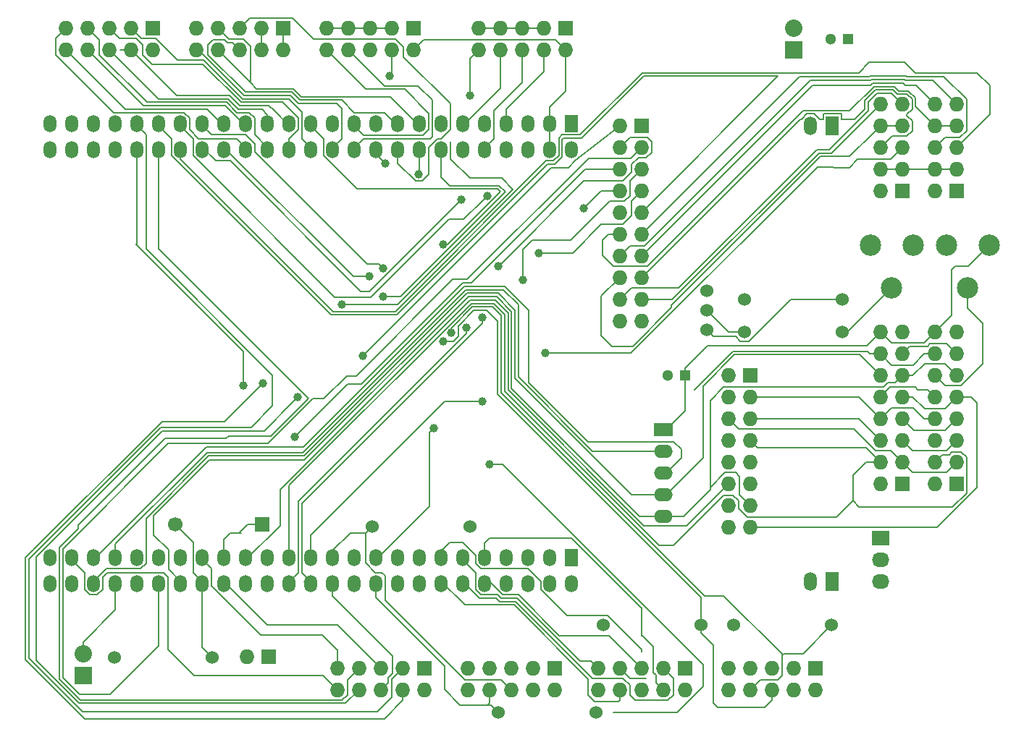
<source format=gbr>
G04 #@! TF.FileFunction,Copper,L2,Bot,Signal*
%FSLAX46Y46*%
G04 Gerber Fmt 4.6, Leading zero omitted, Abs format (unit mm)*
G04 Created by KiCad (PCBNEW 4.0.2-stable) date 14/07/2016 11:44:37*
%MOMM*%
G01*
G04 APERTURE LIST*
%ADD10C,0.100000*%
%ADD11R,1.500000X2.200000*%
%ADD12O,1.500000X2.200000*%
%ADD13O,1.500000X2.000000*%
%ADD14R,1.500000X2.000000*%
%ADD15R,1.300000X1.300000*%
%ADD16C,1.300000*%
%ADD17C,1.699260*%
%ADD18R,1.699260X1.699260*%
%ADD19R,1.727200X1.727200*%
%ADD20O,1.727200X1.727200*%
%ADD21R,2.032000X2.032000*%
%ADD22O,2.032000X2.032000*%
%ADD23R,2.032000X1.727200*%
%ADD24O,2.032000X1.727200*%
%ADD25R,2.199640X1.524000*%
%ADD26O,2.199640X1.524000*%
%ADD27C,1.524000*%
%ADD28C,2.499360*%
%ADD29C,1.000000*%
%ADD30C,0.200000*%
G04 APERTURE END LIST*
D10*
D11*
X200100000Y-107950000D03*
D12*
X197560000Y-107950000D03*
D13*
X108660000Y-105160000D03*
X111200000Y-105160000D03*
X113740000Y-105160000D03*
X116280000Y-105160000D03*
X118820000Y-105160000D03*
X121360000Y-105160000D03*
X123900000Y-105160000D03*
X126440000Y-105160000D03*
X128980000Y-105160000D03*
X131520000Y-105160000D03*
X134060000Y-105160000D03*
X136600000Y-105160000D03*
X139140000Y-105160000D03*
X141680000Y-105160000D03*
X144220000Y-105160000D03*
X146760000Y-105160000D03*
X149300000Y-105160000D03*
X151840000Y-105160000D03*
X154380000Y-105160000D03*
X156920000Y-105160000D03*
X159460000Y-105160000D03*
X162000000Y-105160000D03*
X164540000Y-105160000D03*
X167080000Y-105160000D03*
D14*
X169620000Y-105160000D03*
D13*
X169620000Y-108200000D03*
X167080000Y-108200000D03*
X164540000Y-108200000D03*
X162000000Y-108200000D03*
X159460000Y-108200000D03*
X156920000Y-108200000D03*
X154380000Y-108200000D03*
X151840000Y-108200000D03*
X149300000Y-108200000D03*
X146760000Y-108200000D03*
X144220000Y-108200000D03*
X141680000Y-108200000D03*
X139140000Y-108200000D03*
X136600000Y-108200000D03*
X134060000Y-108200000D03*
X131520000Y-108200000D03*
X128980000Y-108200000D03*
X126440000Y-108200000D03*
X123900000Y-108200000D03*
X121360000Y-108200000D03*
X118820000Y-108200000D03*
X116280000Y-108200000D03*
X113740000Y-108200000D03*
X111200000Y-108200000D03*
X108660000Y-108200000D03*
X108660000Y-57400000D03*
X111200000Y-57400000D03*
X113740000Y-57400000D03*
X116280000Y-57400000D03*
X118820000Y-57400000D03*
X121360000Y-57400000D03*
X123900000Y-57400000D03*
X126440000Y-57400000D03*
X128980000Y-57400000D03*
X131520000Y-57400000D03*
X134060000Y-57400000D03*
X136600000Y-57400000D03*
X139140000Y-57400000D03*
X141680000Y-57400000D03*
X144220000Y-57400000D03*
X146760000Y-57400000D03*
X149300000Y-57400000D03*
X151840000Y-57400000D03*
X154380000Y-57400000D03*
X156920000Y-57400000D03*
X159460000Y-57400000D03*
X162000000Y-57400000D03*
X164540000Y-57400000D03*
X167080000Y-57400000D03*
X169620000Y-57400000D03*
D14*
X169620000Y-54360000D03*
D13*
X167080000Y-54360000D03*
X164540000Y-54360000D03*
X162000000Y-54360000D03*
X159460000Y-54360000D03*
X156920000Y-54360000D03*
X154380000Y-54360000D03*
X151840000Y-54360000D03*
X149300000Y-54360000D03*
X146760000Y-54360000D03*
X144220000Y-54360000D03*
X141680000Y-54360000D03*
X139140000Y-54360000D03*
X136600000Y-54360000D03*
X134060000Y-54360000D03*
X131520000Y-54360000D03*
X128980000Y-54360000D03*
X126440000Y-54360000D03*
X123900000Y-54360000D03*
X121360000Y-54360000D03*
X118820000Y-54360000D03*
X116280000Y-54360000D03*
X113740000Y-54360000D03*
X111200000Y-54360000D03*
X108660000Y-54360000D03*
D12*
X197560000Y-54610000D03*
D11*
X200100000Y-54610000D03*
D15*
X182880000Y-83820000D03*
D16*
X180880000Y-83820000D03*
D15*
X201930000Y-44450000D03*
D16*
X199930000Y-44450000D03*
D17*
X123250000Y-101250000D03*
D18*
X133410000Y-101250000D03*
D19*
X177800000Y-54610000D03*
D20*
X175260000Y-54610000D03*
X177800000Y-57150000D03*
X175260000Y-57150000D03*
X177800000Y-59690000D03*
X175260000Y-59690000D03*
X177800000Y-62230000D03*
X175260000Y-62230000D03*
X177800000Y-64770000D03*
X175260000Y-64770000D03*
X177800000Y-67310000D03*
X175260000Y-67310000D03*
X177800000Y-69850000D03*
X175260000Y-69850000D03*
X177800000Y-72390000D03*
X175260000Y-72390000D03*
X177800000Y-74930000D03*
X175260000Y-74930000D03*
X177800000Y-77470000D03*
X175260000Y-77470000D03*
D19*
X190500000Y-83820000D03*
D20*
X187960000Y-83820000D03*
X190500000Y-86360000D03*
X187960000Y-86360000D03*
X190500000Y-88900000D03*
X187960000Y-88900000D03*
X190500000Y-91440000D03*
X187960000Y-91440000D03*
X190500000Y-93980000D03*
X187960000Y-93980000D03*
X190500000Y-96520000D03*
X187960000Y-96520000D03*
X190500000Y-99060000D03*
X187960000Y-99060000D03*
X190500000Y-101600000D03*
X187960000Y-101600000D03*
D21*
X195580000Y-45720000D03*
D22*
X195580000Y-43180000D03*
D19*
X198120000Y-118110000D03*
D20*
X198120000Y-120650000D03*
X195580000Y-118110000D03*
X195580000Y-120650000D03*
X193040000Y-118110000D03*
X193040000Y-120650000D03*
X190500000Y-118110000D03*
X190500000Y-120650000D03*
X187960000Y-118110000D03*
X187960000Y-120650000D03*
D19*
X167640000Y-118110000D03*
D20*
X167640000Y-120650000D03*
X165100000Y-118110000D03*
X165100000Y-120650000D03*
X162560000Y-118110000D03*
X162560000Y-120650000D03*
X160020000Y-118110000D03*
X160020000Y-120650000D03*
X157480000Y-118110000D03*
X157480000Y-120650000D03*
D19*
X168910000Y-43180000D03*
D20*
X168910000Y-45720000D03*
X166370000Y-43180000D03*
X166370000Y-45720000D03*
X163830000Y-43180000D03*
X163830000Y-45720000D03*
X161290000Y-43180000D03*
X161290000Y-45720000D03*
X158750000Y-43180000D03*
X158750000Y-45720000D03*
D19*
X151130000Y-43180000D03*
D20*
X151130000Y-45720000D03*
X148590000Y-43180000D03*
X148590000Y-45720000D03*
X146050000Y-43180000D03*
X146050000Y-45720000D03*
X143510000Y-43180000D03*
X143510000Y-45720000D03*
X140970000Y-43180000D03*
X140970000Y-45720000D03*
D19*
X214630000Y-62230000D03*
D20*
X212090000Y-62230000D03*
X214630000Y-59690000D03*
X212090000Y-59690000D03*
X214630000Y-57150000D03*
X212090000Y-57150000D03*
X214630000Y-54610000D03*
X212090000Y-54610000D03*
X214630000Y-52070000D03*
X212090000Y-52070000D03*
D19*
X120650000Y-43180000D03*
D20*
X120650000Y-45720000D03*
X118110000Y-43180000D03*
X118110000Y-45720000D03*
X115570000Y-43180000D03*
X115570000Y-45720000D03*
X113030000Y-43180000D03*
X113030000Y-45720000D03*
X110490000Y-43180000D03*
X110490000Y-45720000D03*
D19*
X182880000Y-118110000D03*
D20*
X182880000Y-120650000D03*
X180340000Y-118110000D03*
X180340000Y-120650000D03*
X177800000Y-118110000D03*
X177800000Y-120650000D03*
X175260000Y-118110000D03*
X175260000Y-120650000D03*
X172720000Y-118110000D03*
X172720000Y-120650000D03*
D19*
X152400000Y-118110000D03*
D20*
X152400000Y-120650000D03*
X149860000Y-118110000D03*
X149860000Y-120650000D03*
X147320000Y-118110000D03*
X147320000Y-120650000D03*
X144780000Y-118110000D03*
X144780000Y-120650000D03*
X142240000Y-118110000D03*
X142240000Y-120650000D03*
D19*
X214630000Y-96520000D03*
D20*
X212090000Y-96520000D03*
X214630000Y-93980000D03*
X212090000Y-93980000D03*
X214630000Y-91440000D03*
X212090000Y-91440000D03*
X214630000Y-88900000D03*
X212090000Y-88900000D03*
X214630000Y-86360000D03*
X212090000Y-86360000D03*
X214630000Y-83820000D03*
X212090000Y-83820000D03*
X214630000Y-81280000D03*
X212090000Y-81280000D03*
X214630000Y-78740000D03*
X212090000Y-78740000D03*
D19*
X208280000Y-96520000D03*
D20*
X205740000Y-96520000D03*
X208280000Y-93980000D03*
X205740000Y-93980000D03*
X208280000Y-91440000D03*
X205740000Y-91440000D03*
X208280000Y-88900000D03*
X205740000Y-88900000D03*
X208280000Y-86360000D03*
X205740000Y-86360000D03*
X208280000Y-83820000D03*
X205740000Y-83820000D03*
X208280000Y-81280000D03*
X205740000Y-81280000D03*
X208280000Y-78740000D03*
X205740000Y-78740000D03*
D23*
X205740000Y-102870000D03*
D24*
X205740000Y-105410000D03*
X205740000Y-107950000D03*
D19*
X135890000Y-43180000D03*
D20*
X135890000Y-45720000D03*
X133350000Y-43180000D03*
X133350000Y-45720000D03*
X130810000Y-43180000D03*
X130810000Y-45720000D03*
X128270000Y-43180000D03*
X128270000Y-45720000D03*
X125730000Y-43180000D03*
X125730000Y-45720000D03*
D21*
X112500000Y-119000000D03*
D22*
X112500000Y-116460000D03*
D19*
X208280000Y-62230000D03*
D20*
X205740000Y-62230000D03*
X208280000Y-59690000D03*
X205740000Y-59690000D03*
X208280000Y-57150000D03*
X205740000Y-57150000D03*
X208280000Y-54610000D03*
X205740000Y-54610000D03*
X208280000Y-52070000D03*
X205740000Y-52070000D03*
D25*
X180340000Y-90170000D03*
D26*
X180340000Y-92710000D03*
X180340000Y-95250000D03*
X180340000Y-97790000D03*
X180340000Y-100330000D03*
D27*
X127635000Y-116840000D03*
X116205000Y-116840000D03*
X200025000Y-113030000D03*
X188595000Y-113030000D03*
X161035000Y-123250000D03*
X172465000Y-123250000D03*
X201295000Y-78740000D03*
X189865000Y-78740000D03*
X157715000Y-101500000D03*
X146285000Y-101500000D03*
X173355000Y-113030000D03*
X184785000Y-113030000D03*
X189865000Y-74930000D03*
X201295000Y-74930000D03*
D28*
X215940640Y-73578720D03*
X213441280Y-68580000D03*
X218440000Y-68580000D03*
X207050640Y-73578720D03*
X204551280Y-68580000D03*
X209550000Y-68580000D03*
D19*
X134250000Y-116750000D03*
D20*
X131710000Y-116750000D03*
D27*
X185420000Y-76200000D03*
X185420000Y-73914000D03*
X185420000Y-78486000D03*
D29*
X153500000Y-90000000D03*
X145250000Y-81500000D03*
X157332504Y-78205896D03*
X161023782Y-71076559D03*
X159153647Y-77050020D03*
X163959301Y-72659301D03*
X137250000Y-91000000D03*
X131250000Y-85000000D03*
X165750000Y-69500000D03*
X156750000Y-63250000D03*
X171039250Y-64289250D03*
X159740095Y-62800006D03*
X154578499Y-79828499D03*
X146000000Y-72250000D03*
X155563027Y-78843971D03*
X147583025Y-71285576D03*
X157750000Y-51038000D03*
X151750000Y-60250000D03*
X147828000Y-58999980D03*
X148336000Y-48768000D03*
X154598397Y-68507403D03*
X160000000Y-94250000D03*
X142750000Y-75500000D03*
X133500000Y-84750000D03*
X147611830Y-74618692D03*
X137601656Y-86373041D03*
X159197979Y-86901840D03*
X166550020Y-81200000D03*
D30*
X185500011Y-80349989D02*
X204130011Y-80349989D01*
X204130011Y-80349989D02*
X204876401Y-79603599D01*
X204876401Y-79603599D02*
X205740000Y-78740000D01*
X182880000Y-83820000D02*
X182880000Y-82970000D01*
X182880000Y-82970000D02*
X185500011Y-80349989D01*
X214500000Y-71000000D02*
X216020000Y-71000000D01*
X216020000Y-71000000D02*
X218440000Y-68580000D01*
X214030000Y-71470000D02*
X214500000Y-71000000D01*
X214030000Y-76800000D02*
X214030000Y-71470000D01*
X182880000Y-83820000D02*
X182880000Y-87967820D01*
X182880000Y-87967820D02*
X180677820Y-90170000D01*
X180677820Y-90170000D02*
X180340000Y-90170000D01*
X212090000Y-78740000D02*
X214030000Y-76800000D01*
X207000000Y-80000000D02*
X210830000Y-80000000D01*
X210830000Y-80000000D02*
X212090000Y-78740000D01*
X205740000Y-78740000D02*
X207000000Y-80000000D01*
X135890000Y-44450000D02*
X135890000Y-43180000D01*
X135890000Y-45720000D02*
X135890000Y-44450000D01*
X205740000Y-59690000D02*
X208280000Y-59690000D01*
X208280000Y-59690000D02*
X212090000Y-59690000D01*
X212090000Y-59690000D02*
X214630000Y-59690000D01*
X126440000Y-107950000D02*
X125389990Y-106899990D01*
X125389990Y-106899990D02*
X125389990Y-103389990D01*
X125389990Y-103389990D02*
X124099629Y-102099629D01*
X124099629Y-102099629D02*
X123250000Y-101250000D01*
X126440000Y-107950000D02*
X126440000Y-115645000D01*
X126440000Y-115645000D02*
X127635000Y-116840000D01*
X130750000Y-102247460D02*
X131000520Y-102247460D01*
X129752540Y-102247460D02*
X130750000Y-102247460D01*
X130750000Y-102247460D02*
X131747460Y-101250000D01*
X131747460Y-101250000D02*
X133410000Y-101250000D01*
X128980000Y-105410000D02*
X128980000Y-103020000D01*
X128980000Y-103020000D02*
X129752540Y-102247460D01*
X169254906Y-59500032D02*
X170054928Y-58700010D01*
X146760000Y-105410000D02*
X152750000Y-99420000D01*
X153500000Y-90000000D02*
X153000001Y-90499999D01*
X153000001Y-90499999D02*
X153000001Y-99169999D01*
X153000001Y-99169999D02*
X152750000Y-99420000D01*
X167249968Y-59500032D02*
X145250000Y-81500000D01*
X169254906Y-59500032D02*
X167249968Y-59500032D01*
X170054928Y-58700010D02*
X175260000Y-54610000D01*
X139371864Y-86549932D02*
X140684386Y-86549932D01*
X140684386Y-86549932D02*
X143334309Y-83900009D01*
X144415691Y-83900009D02*
X143334309Y-83900009D01*
X112127986Y-121199988D02*
X115660010Y-121199988D01*
X171596219Y-58416306D02*
X157412578Y-72599947D01*
X177800000Y-57150000D02*
X176533694Y-58416306D01*
X110149991Y-119221993D02*
X112127986Y-121199988D01*
X176533694Y-58416306D02*
X171596219Y-58416306D01*
X121360000Y-115500000D02*
X121360000Y-107950000D01*
X155715753Y-72599947D02*
X144415691Y-83900009D01*
X115660010Y-121199988D02*
X121360000Y-115500000D01*
X122462778Y-91800022D02*
X110149991Y-104112809D01*
X139371864Y-86549932D02*
X134121774Y-91800022D01*
X134121774Y-91800022D02*
X122462778Y-91800022D01*
X157412578Y-72599947D02*
X155715753Y-72599947D01*
X110149991Y-104112809D02*
X110149991Y-119221993D01*
X137650010Y-106899990D02*
X137650010Y-98595496D01*
X175260000Y-57150000D02*
X176423601Y-55986399D01*
X178486399Y-55986399D02*
X178963601Y-56463601D01*
X178963601Y-56463601D02*
X178963601Y-57708529D01*
X157332504Y-78913002D02*
X157332504Y-78205896D01*
X171033942Y-61066399D02*
X161523781Y-70576560D01*
X176636399Y-59131471D02*
X176636399Y-60035731D01*
X177454269Y-58313601D02*
X176636399Y-59131471D01*
X176636399Y-60035731D02*
X175605731Y-61066399D01*
X175605731Y-61066399D02*
X171033942Y-61066399D01*
X178358529Y-58313601D02*
X177454269Y-58313601D01*
X176423601Y-55986399D02*
X178486399Y-55986399D01*
X161523781Y-70576560D02*
X161023782Y-71076559D01*
X178963601Y-57708529D02*
X178358529Y-58313601D01*
X136600000Y-107950000D02*
X137650010Y-106899990D01*
X137650010Y-98595496D02*
X157332504Y-78913002D01*
X159153647Y-77757126D02*
X159153647Y-77050020D01*
X138090000Y-106900000D02*
X138090000Y-98820773D01*
X138090000Y-98820773D02*
X159153647Y-77757126D01*
X139140000Y-107950000D02*
X138090000Y-106900000D01*
X165065998Y-68000000D02*
X163959301Y-69106697D01*
X174106399Y-63393601D02*
X169500000Y-68000000D01*
X169500000Y-68000000D02*
X165065998Y-68000000D01*
X176423601Y-61066399D02*
X176423601Y-62788529D01*
X176423601Y-62788529D02*
X175818529Y-63393601D01*
X175818529Y-63393601D02*
X174106399Y-63393601D01*
X163959301Y-69106697D02*
X163959301Y-71952195D01*
X163959301Y-71952195D02*
X163959301Y-72659301D01*
X177800000Y-59690000D02*
X176423601Y-61066399D01*
X139140000Y-107950000D02*
X138350000Y-107950000D01*
X131250000Y-85000000D02*
X131250000Y-81050000D01*
X131250000Y-81050000D02*
X118700000Y-68500000D01*
X118700000Y-68500000D02*
X118820000Y-68380000D01*
X118820000Y-68380000D02*
X118820000Y-57150000D01*
X143449980Y-84800020D02*
X137250000Y-91000000D01*
X145081380Y-84800020D02*
X143449980Y-84800020D01*
X175260000Y-59690000D02*
X171191400Y-59690000D01*
X156881442Y-72999958D02*
X145081380Y-84800020D01*
X157881442Y-72999958D02*
X156881442Y-72999958D01*
X171191400Y-59690000D02*
X157881442Y-72999958D01*
X175250000Y-59700000D02*
X175260000Y-59690000D01*
X173103601Y-66146399D02*
X169750000Y-69500000D01*
X175605731Y-66146399D02*
X173103601Y-66146399D01*
X176636399Y-65115731D02*
X175605731Y-66146399D01*
X176636399Y-63393601D02*
X176636399Y-65115731D01*
X177800000Y-62230000D02*
X176636399Y-63393601D01*
X166457106Y-69500000D02*
X169750000Y-69500000D01*
X165750000Y-69500000D02*
X166457106Y-69500000D01*
X146000000Y-74000000D02*
X156750000Y-63250000D01*
X145000000Y-74000000D02*
X146000000Y-74000000D01*
X129700010Y-58700010D02*
X145000000Y-74000000D01*
X126440000Y-57150000D02*
X127990010Y-58700010D01*
X127990010Y-58700010D02*
X129700010Y-58700010D01*
X156990099Y-65550002D02*
X159240096Y-63300005D01*
X155265698Y-65550002D02*
X156990099Y-65550002D01*
X146165691Y-74650009D02*
X155265698Y-65550002D01*
X159240096Y-63300005D02*
X159740095Y-62800006D01*
X125389990Y-58084928D02*
X141955071Y-74650009D01*
X141955071Y-74650009D02*
X146165691Y-74650009D01*
X125389990Y-56099990D02*
X125389990Y-58084928D01*
X123900000Y-54610000D02*
X125389990Y-56099990D01*
X171539249Y-63789251D02*
X171039250Y-64289250D01*
X175260000Y-62230000D02*
X173098500Y-62230000D01*
X173098500Y-62230000D02*
X171539249Y-63789251D01*
X193769973Y-48800027D02*
X177800000Y-64770000D01*
X149184377Y-76749923D02*
X166834279Y-59100021D01*
X168530020Y-58250616D02*
X168530020Y-56189342D01*
X170775690Y-56060011D02*
X178035674Y-48800027D01*
X166834279Y-59100021D02*
X167680617Y-59100021D01*
X122849990Y-58084928D02*
X141514985Y-76749923D01*
X121360000Y-54610000D02*
X122849990Y-56099990D01*
X141514985Y-76749923D02*
X149184377Y-76749923D01*
X178035674Y-48800027D02*
X193769973Y-48800027D01*
X167680617Y-59100021D02*
X168530020Y-58250616D01*
X168530020Y-56189342D02*
X168659351Y-56060011D01*
X122849990Y-56099990D02*
X122849990Y-58084928D01*
X168659351Y-56060011D02*
X170775690Y-56060011D01*
X213132119Y-48849989D02*
X208797089Y-48849989D01*
X208747046Y-48799946D02*
X204459425Y-48799946D01*
X204459425Y-48799946D02*
X204409382Y-48849989D01*
X208797089Y-48849989D02*
X208747046Y-48799946D01*
X215793601Y-55168529D02*
X215793601Y-51511471D01*
X215793601Y-51511471D02*
X213132119Y-48849989D01*
X212090000Y-57150000D02*
X213253601Y-55986399D01*
X178663599Y-66446401D02*
X177800000Y-67310000D01*
X213253601Y-55986399D02*
X214975731Y-55986399D01*
X214975731Y-55986399D02*
X215793601Y-55168529D01*
X204409382Y-48849989D02*
X196260011Y-48849989D01*
X196260011Y-48849989D02*
X178663599Y-66446401D01*
X212090000Y-54610000D02*
X209843612Y-52363612D01*
X207341378Y-49999979D02*
X204956492Y-49999979D01*
X173250000Y-69750000D02*
X173250000Y-68000000D01*
X209843612Y-52363612D02*
X209843612Y-51345782D01*
X209843612Y-51345782D02*
X209004218Y-50506388D01*
X204956492Y-49999979D02*
X202146492Y-52809979D01*
X209004218Y-50506388D02*
X207847786Y-50506388D01*
X207847786Y-50506388D02*
X207341378Y-49999979D01*
X202146492Y-52809979D02*
X196690021Y-52809979D01*
X173940000Y-67310000D02*
X175260000Y-67310000D01*
X196690021Y-52809979D02*
X178486399Y-71013601D01*
X178486399Y-71013601D02*
X174513601Y-71013601D01*
X174513601Y-71013601D02*
X173250000Y-69750000D01*
X173250000Y-68000000D02*
X173940000Y-67310000D01*
X214630000Y-54610000D02*
X212090000Y-54610000D01*
X208415668Y-49599968D02*
X208665691Y-49849991D01*
X197800009Y-49849991D02*
X204540780Y-49849991D01*
X204540780Y-49849991D02*
X204790803Y-49599968D01*
X209869991Y-49849991D02*
X211226401Y-51206401D01*
X204790803Y-49599968D02*
X208415668Y-49599968D01*
X211226401Y-51206401D02*
X212090000Y-52070000D01*
X208665691Y-49849991D02*
X209869991Y-49849991D01*
X177800000Y-69850000D02*
X197800009Y-49849991D01*
X176423601Y-68686399D02*
X176123599Y-68986401D01*
X211810000Y-49250000D02*
X208631400Y-49250000D01*
X176123599Y-68986401D02*
X175260000Y-69850000D01*
X204625114Y-49199957D02*
X204575071Y-49250000D01*
X204575071Y-49250000D02*
X197582130Y-49250000D01*
X208581357Y-49199957D02*
X204625114Y-49199957D01*
X214630000Y-52070000D02*
X211810000Y-49250000D01*
X178145731Y-68686399D02*
X176423601Y-68686399D01*
X197582130Y-49250000D02*
X178145731Y-68686399D01*
X208631400Y-49250000D02*
X208581357Y-49199957D01*
X207116399Y-55773601D02*
X206603599Y-56286401D01*
X207175689Y-50399990D02*
X207682098Y-50906399D01*
X209443601Y-55168529D02*
X208838529Y-55773601D01*
X209443601Y-54051471D02*
X209443601Y-55168529D01*
X209443601Y-52628529D02*
X208838529Y-53233601D01*
X196343590Y-53846410D02*
X196488652Y-53846410D01*
X208838529Y-53233601D02*
X208838529Y-53446399D01*
X209443601Y-51511471D02*
X209443601Y-52628529D01*
X198631348Y-53846410D02*
X199049999Y-53846410D01*
X208838529Y-50906399D02*
X209443601Y-51511471D01*
X205122181Y-50399990D02*
X207175689Y-50399990D01*
X208838529Y-53446399D02*
X209443601Y-54051471D01*
X203899990Y-51622181D02*
X205122181Y-50399990D01*
X177800000Y-72390000D02*
X196343590Y-53846410D01*
X203899990Y-52634314D02*
X203899990Y-51622181D01*
X201090001Y-53209999D02*
X201150001Y-53269999D01*
X199109999Y-53209999D02*
X201090001Y-53209999D01*
X202687894Y-53846410D02*
X203899990Y-52634314D01*
X201150001Y-53269999D02*
X201150001Y-53846410D01*
X207682098Y-50906399D02*
X208838529Y-50906399D01*
X197994928Y-53209990D02*
X198631348Y-53846410D01*
X197125072Y-53209990D02*
X197994928Y-53209990D01*
X196488652Y-53846410D02*
X197125072Y-53209990D01*
X199049999Y-53269999D02*
X199109999Y-53209999D01*
X199049999Y-53846410D02*
X199049999Y-53269999D01*
X201150001Y-53846410D02*
X202687894Y-53846410D01*
X208838529Y-55773601D02*
X207116399Y-55773601D01*
X206603599Y-56286401D02*
X205740000Y-57150000D01*
X206903601Y-55986399D02*
X206603599Y-56286401D01*
X205740000Y-54610000D02*
X208280000Y-54610000D01*
X202150000Y-58200000D02*
X204876401Y-55473599D01*
X176796538Y-80400000D02*
X181300000Y-75896538D01*
X174300000Y-80400000D02*
X176796538Y-80400000D01*
X181300000Y-75600000D02*
X198700000Y-58200000D01*
X181300000Y-75896538D02*
X181300000Y-75600000D01*
X173100000Y-79200000D02*
X174300000Y-80400000D01*
X204876401Y-55473599D02*
X205740000Y-54610000D01*
X198700000Y-58200000D02*
X202150000Y-58200000D01*
X173100000Y-74550000D02*
X173100000Y-79200000D01*
X175260000Y-72390000D02*
X173100000Y-74550000D01*
X181404300Y-74930000D02*
X179021314Y-74930000D01*
X198534311Y-57799989D02*
X181404300Y-74930000D01*
X200010011Y-57799989D02*
X198534311Y-57799989D01*
X179021314Y-74930000D02*
X177800000Y-74930000D01*
X205740000Y-52070000D02*
X200010011Y-57799989D01*
X207010000Y-50800000D02*
X207416401Y-51206401D01*
X207416401Y-51206401D02*
X208280000Y-52070000D01*
X204300000Y-52800002D02*
X204300000Y-51787870D01*
X204300000Y-51787870D02*
X205287870Y-50800000D01*
X198268622Y-57399978D02*
X199700024Y-57399978D01*
X205287870Y-50800000D02*
X207010000Y-50800000D01*
X182114999Y-73553601D02*
X198268622Y-57399978D01*
X176636399Y-73553601D02*
X182114999Y-73553601D01*
X175260000Y-74930000D02*
X176636399Y-73553601D01*
X199700024Y-57399978D02*
X204300000Y-52800002D01*
X206803601Y-85196399D02*
X206803601Y-85296399D01*
X206803601Y-85296399D02*
X205740000Y-86360000D01*
X210096401Y-85496401D02*
X209796399Y-85196399D01*
X209796399Y-85196399D02*
X206803601Y-85196399D01*
X212090000Y-86360000D02*
X211226401Y-85496401D01*
X211226401Y-85496401D02*
X210096401Y-85496401D01*
X214630000Y-88900000D02*
X213253601Y-90276399D01*
X213253601Y-90276399D02*
X209656399Y-90276399D01*
X209656399Y-90276399D02*
X208280000Y-88900000D01*
X209568686Y-87600000D02*
X207040000Y-87600000D01*
X207040000Y-87600000D02*
X205740000Y-88900000D01*
X212090000Y-88900000D02*
X210868686Y-88900000D01*
X210868686Y-88900000D02*
X209568686Y-87600000D01*
X205740000Y-88900000D02*
X203200000Y-86360000D01*
X203200000Y-86360000D02*
X190500000Y-86360000D01*
X213766401Y-92303599D02*
X214630000Y-91440000D01*
X209443601Y-92603601D02*
X213466399Y-92603601D01*
X213466399Y-92603601D02*
X213766401Y-92303599D01*
X208280000Y-91440000D02*
X209443601Y-92603601D01*
X203200000Y-88900000D02*
X191721314Y-88900000D01*
X205740000Y-91440000D02*
X203200000Y-88900000D01*
X191721314Y-88900000D02*
X190500000Y-88900000D01*
X214630000Y-93980000D02*
X213466399Y-95143601D01*
X213466399Y-95143601D02*
X209443601Y-95143601D01*
X209443601Y-95143601D02*
X209143599Y-94843599D01*
X209143599Y-94843599D02*
X208280000Y-93980000D01*
X187960000Y-88900000D02*
X189123601Y-90063601D01*
X189123601Y-90063601D02*
X202641471Y-90063601D01*
X202641471Y-90063601D02*
X205181471Y-92603601D01*
X205181471Y-92603601D02*
X206903601Y-92603601D01*
X206903601Y-92603601D02*
X207416401Y-93116401D01*
X207416401Y-93116401D02*
X208280000Y-93980000D01*
X202500000Y-98500000D02*
X200563601Y-100436399D01*
X200563601Y-100436399D02*
X190154269Y-100436399D01*
X190154269Y-100436399D02*
X189123601Y-99405731D01*
X189123601Y-99405731D02*
X189123601Y-98501471D01*
X189123601Y-98501471D02*
X188518529Y-97896399D01*
X188518529Y-97896399D02*
X187353601Y-97896399D01*
X161800022Y-85668622D02*
X161800022Y-76668622D01*
X187353601Y-97896399D02*
X181500000Y-103750000D01*
X181500000Y-103750000D02*
X179881400Y-103750000D01*
X179881400Y-103750000D02*
X161800022Y-85668622D01*
X161800022Y-76668622D02*
X160531424Y-75400024D01*
X160531424Y-75400024D02*
X157875576Y-75400024D01*
X136600000Y-96675600D02*
X136600000Y-105410000D01*
X157875576Y-75400024D02*
X136600000Y-96675600D01*
X202500000Y-95500000D02*
X204020000Y-93980000D01*
X204020000Y-93980000D02*
X205740000Y-93980000D01*
X202500000Y-98500000D02*
X202500000Y-95500000D01*
X203250000Y-99250000D02*
X202500000Y-98500000D01*
X214167202Y-99250000D02*
X203250000Y-99250000D01*
X212090000Y-93980000D02*
X212953599Y-93116401D01*
X212953599Y-93116401D02*
X213771469Y-93116401D01*
X213771469Y-93116401D02*
X214071471Y-92816399D01*
X214071471Y-92816399D02*
X215188529Y-92816399D01*
X215188529Y-92816399D02*
X215793601Y-93421471D01*
X215793601Y-93421471D02*
X215793601Y-97623601D01*
X215793601Y-97623601D02*
X214167202Y-99250000D01*
X205740000Y-93980000D02*
X204063599Y-92303599D01*
X204063599Y-92303599D02*
X191363599Y-92303599D01*
X191363599Y-92303599D02*
X190500000Y-91440000D01*
X187096401Y-97383599D02*
X187960000Y-96520000D01*
X162200033Y-76502933D02*
X162200033Y-85502933D01*
X160697113Y-75000013D02*
X162200033Y-76502933D01*
X135537990Y-101392010D02*
X135537990Y-97171910D01*
X131520000Y-105410000D02*
X135537990Y-101392010D01*
X183087990Y-101392010D02*
X187096401Y-97383599D01*
X157709887Y-75000013D02*
X160697113Y-75000013D01*
X178089110Y-101392010D02*
X183087990Y-101392010D01*
X162200033Y-85502933D02*
X178089110Y-101392010D01*
X135537990Y-97171910D02*
X157709887Y-75000013D01*
X162600044Y-85337244D02*
X177592800Y-100330000D01*
X157544198Y-74600002D02*
X160862802Y-74600002D01*
X120750000Y-102500000D02*
X120750000Y-100250000D01*
X120750000Y-100250000D02*
X127250000Y-93750000D01*
X162600044Y-76337244D02*
X162600044Y-85337244D01*
X123900000Y-107950000D02*
X122500000Y-106550000D01*
X138394200Y-93750000D02*
X157544198Y-74600002D01*
X122500000Y-104250000D02*
X120750000Y-102500000D01*
X160862802Y-74600002D02*
X162600044Y-76337244D01*
X127250000Y-93750000D02*
X138394200Y-93750000D01*
X177592800Y-100330000D02*
X179040180Y-100330000D01*
X122500000Y-106550000D02*
X122500000Y-104250000D01*
X179040180Y-100330000D02*
X180340000Y-100330000D01*
X208280000Y-83820000D02*
X207416401Y-84683599D01*
X207416401Y-84683599D02*
X206598531Y-84683599D01*
X206598531Y-84683599D02*
X206085731Y-85196399D01*
X206085731Y-85196399D02*
X187401471Y-85196399D01*
X187401471Y-85196399D02*
X185834300Y-86763570D01*
X185834300Y-86763570D02*
X185834300Y-96923570D01*
X210877713Y-82443601D02*
X209501314Y-83820000D01*
X209501314Y-83820000D02*
X208280000Y-83820000D01*
X213253601Y-82443601D02*
X210877713Y-82443601D01*
X214630000Y-83820000D02*
X213253601Y-82443601D01*
X190500000Y-99060000D02*
X189239991Y-97799991D01*
X189239991Y-97799991D02*
X189239991Y-95639991D01*
X189239991Y-95639991D02*
X188800000Y-95200000D01*
X188800000Y-95200000D02*
X187557870Y-95200000D01*
X187557870Y-95200000D02*
X185834300Y-96923570D01*
X185834300Y-96923570D02*
X185834300Y-97200000D01*
X185834300Y-97200000D02*
X182704300Y-100330000D01*
X182704300Y-100330000D02*
X180340000Y-100330000D01*
X204238686Y-81000000D02*
X188492170Y-81000000D01*
X188492170Y-81000000D02*
X184000000Y-85492170D01*
X204518686Y-81280000D02*
X204238686Y-81000000D01*
X205740000Y-81280000D02*
X204518686Y-81280000D01*
X180340000Y-92710000D02*
X172078600Y-92710000D01*
X127018556Y-92850044D02*
X116280000Y-103588600D01*
X116280000Y-103588600D02*
X116280000Y-105410000D01*
X163400066Y-84031466D02*
X163400066Y-75531466D01*
X172078600Y-92710000D02*
X163400066Y-84031466D01*
X138162756Y-92850044D02*
X127018556Y-92850044D01*
X163400066Y-75531466D02*
X161668580Y-73799980D01*
X161668580Y-73799980D02*
X157212820Y-73799980D01*
X157212820Y-73799980D02*
X138162756Y-92850044D01*
X209548686Y-82600000D02*
X207060000Y-82600000D01*
X207060000Y-82600000D02*
X205740000Y-81280000D01*
X212090000Y-81280000D02*
X210868686Y-81280000D01*
X210868686Y-81280000D02*
X209548686Y-82600000D01*
X214630000Y-86360000D02*
X216360000Y-86360000D01*
X216360000Y-86360000D02*
X217000000Y-87000000D01*
X217000000Y-87000000D02*
X217000000Y-96982902D01*
X217000000Y-96982902D02*
X212382902Y-101600000D01*
X212382902Y-101600000D02*
X190500000Y-101600000D01*
X213766401Y-87223599D02*
X214630000Y-86360000D01*
X213253601Y-87736399D02*
X213766401Y-87223599D01*
X210877713Y-87736399D02*
X213253601Y-87736399D01*
X209501314Y-86360000D02*
X210877713Y-87736399D01*
X208280000Y-86360000D02*
X209501314Y-86360000D01*
X159700046Y-76200046D02*
X158206954Y-76200046D01*
X156363029Y-78043971D02*
X156363029Y-79227973D01*
X161000000Y-86000000D02*
X161000000Y-77500000D01*
X184785000Y-109785000D02*
X161000000Y-86000000D01*
X161000000Y-77500000D02*
X159700046Y-76200046D01*
X155285605Y-79828499D02*
X154578499Y-79828499D01*
X158206954Y-76200046D02*
X156363029Y-78043971D01*
X155762503Y-79828499D02*
X155285605Y-79828499D01*
X184785000Y-113030000D02*
X184785000Y-109785000D01*
X156363029Y-79227973D02*
X155762503Y-79828499D01*
X146000000Y-72250000D02*
X144080000Y-72250000D01*
X144080000Y-72250000D02*
X128980000Y-57150000D01*
X193040000Y-120650000D02*
X193040000Y-121871314D01*
X184785000Y-113985000D02*
X184785000Y-113030000D01*
X193040000Y-121871314D02*
X192200000Y-122711314D01*
X192200000Y-122711314D02*
X186688686Y-122711314D01*
X186688686Y-122711314D02*
X186177372Y-122200000D01*
X186177372Y-122200000D02*
X186177372Y-115377372D01*
X186177372Y-115377372D02*
X184785000Y-113985000D01*
X161400011Y-76834311D02*
X160365735Y-75800035D01*
X160365735Y-75800035D02*
X158041265Y-75800035D01*
X158041265Y-75800035D02*
X155563027Y-78278273D01*
X161400011Y-85834311D02*
X161400011Y-76834311D01*
X194296399Y-116500000D02*
X187415710Y-109619311D01*
X185185011Y-109619311D02*
X161400011Y-85834311D01*
X155563027Y-78278273D02*
X155563027Y-78843971D01*
X187415710Y-109619311D02*
X185185011Y-109619311D01*
X147583025Y-71285576D02*
X147083026Y-70785577D01*
X147083026Y-70785577D02*
X145710639Y-70785577D01*
X145710639Y-70785577D02*
X132570010Y-57644948D01*
X132570010Y-57644948D02*
X132570010Y-56715072D01*
X132570010Y-56715072D02*
X131514948Y-55660010D01*
X131514948Y-55660010D02*
X127490010Y-55660010D01*
X127490010Y-55660010D02*
X126440000Y-54610000D01*
X194203601Y-116592798D02*
X194296399Y-116500000D01*
X194296399Y-116500000D02*
X194400000Y-116396399D01*
X190500000Y-120650000D02*
X191663601Y-119486399D01*
X196658601Y-116396399D02*
X200025000Y-113030000D01*
X191663601Y-119486399D02*
X193713601Y-119486399D01*
X193713601Y-119486399D02*
X194203601Y-118996399D01*
X194203601Y-118996399D02*
X194203601Y-116592798D01*
X194400000Y-116396399D02*
X196658601Y-116396399D01*
X146649990Y-106899990D02*
X145523001Y-105773001D01*
X145523001Y-105773001D02*
X145523001Y-102261999D01*
X145523001Y-102261999D02*
X146285000Y-101500000D01*
X147810010Y-110162140D02*
X147810010Y-107250000D01*
X147810010Y-107250000D02*
X147460000Y-106899990D01*
X147460000Y-106899990D02*
X146649990Y-106899990D01*
X161396399Y-119486399D02*
X157134269Y-119486399D01*
X162560000Y-120650000D02*
X161396399Y-119486399D01*
X157134269Y-119486399D02*
X147810010Y-110162140D01*
X143738001Y-102261999D02*
X141680000Y-104320000D01*
X141680000Y-104320000D02*
X141680000Y-105410000D01*
X145523001Y-102261999D02*
X143738001Y-102261999D01*
X154800000Y-120600000D02*
X156600000Y-122400000D01*
X156600000Y-122400000D02*
X159800000Y-122400000D01*
X146760000Y-109825700D02*
X154800000Y-117865700D01*
X146760000Y-107950000D02*
X146760000Y-109825700D01*
X154800000Y-117865700D02*
X154800000Y-120600000D01*
X159800000Y-122400000D02*
X160185000Y-122400000D01*
X160185000Y-122400000D02*
X161035000Y-123250000D01*
X160020000Y-122180000D02*
X160020000Y-122000000D01*
X160020000Y-122000000D02*
X160020000Y-120650000D01*
X159800000Y-122400000D02*
X160020000Y-122180000D01*
X151130000Y-45720000D02*
X152293601Y-44556399D01*
X152293601Y-44556399D02*
X167746399Y-44556399D01*
X167746399Y-44556399D02*
X168046401Y-44856401D01*
X168046401Y-44856401D02*
X168910000Y-45720000D01*
X167080000Y-54610000D02*
X167080000Y-57150000D01*
X168910000Y-45720000D02*
X168910000Y-50546000D01*
X168910000Y-50546000D02*
X167080000Y-52376000D01*
X167080000Y-52376000D02*
X167080000Y-54610000D01*
X133350000Y-44450000D02*
X133350000Y-43180000D01*
X133350000Y-45720000D02*
X133350000Y-44450000D01*
X163830000Y-43180000D02*
X166370000Y-43180000D01*
X161290000Y-43180000D02*
X163830000Y-43180000D01*
X158750000Y-43180000D02*
X161290000Y-43180000D01*
X166370000Y-48260000D02*
X162000000Y-52630000D01*
X162000000Y-52630000D02*
X162000000Y-54610000D01*
X166370000Y-45720000D02*
X166370000Y-48260000D01*
X163830000Y-49530000D02*
X160510010Y-52849990D01*
X160510010Y-52849990D02*
X160510010Y-56099990D01*
X160510010Y-56099990D02*
X159460000Y-57150000D01*
X163830000Y-45720000D02*
X163830000Y-49530000D01*
X161290000Y-50240000D02*
X156920000Y-54610000D01*
X161290000Y-45720000D02*
X161290000Y-50240000D01*
X158750000Y-45720000D02*
X157750000Y-46720000D01*
X157750000Y-46720000D02*
X157750000Y-51038000D01*
X151840000Y-57150000D02*
X151840000Y-60160000D01*
X151840000Y-60160000D02*
X151750000Y-60250000D01*
X146050000Y-43180000D02*
X148590000Y-43180000D01*
X143510000Y-43180000D02*
X146050000Y-43180000D01*
X140970000Y-43180000D02*
X143510000Y-43180000D01*
X147328001Y-58499981D02*
X147828000Y-58999980D01*
X146760000Y-57931980D02*
X147328001Y-58499981D01*
X146760000Y-57150000D02*
X146760000Y-57931980D01*
X148590000Y-45720000D02*
X148590000Y-48514000D01*
X148590000Y-48514000D02*
X148336000Y-48768000D01*
X153329990Y-51575052D02*
X153329990Y-55880000D01*
X152274928Y-56099990D02*
X153110000Y-56099990D01*
X153110000Y-56099990D02*
X153329990Y-55880000D01*
X152274928Y-56099990D02*
X152274928Y-56099989D01*
X152274928Y-56099989D02*
X152400000Y-56099989D01*
X152274928Y-56099990D02*
X145270010Y-56099990D01*
X145270010Y-56099990D02*
X144220000Y-57150000D01*
X151684949Y-49930011D02*
X153329990Y-51575052D01*
X143510000Y-45720000D02*
X147720011Y-49930011D01*
X147720011Y-49930011D02*
X151684949Y-49930011D01*
X145309979Y-55699979D02*
X144220000Y-54610000D01*
X152234959Y-55699979D02*
X145309979Y-55699979D01*
X152929979Y-53149341D02*
X152929979Y-55004959D01*
X145580022Y-50330022D02*
X150110660Y-50330022D01*
X150110660Y-50330022D02*
X152929979Y-53149341D01*
X140970000Y-45720000D02*
X145580022Y-50330022D01*
X152929979Y-55004959D02*
X152234959Y-55699979D01*
X141715566Y-76349912D02*
X123900000Y-58534320D01*
X177869985Y-48400016D02*
X170610001Y-55660000D01*
X204418620Y-47199980D02*
X203218584Y-48400016D01*
X218499984Y-53280015D02*
X218499984Y-49900000D01*
X208581380Y-47199980D02*
X204418620Y-47199980D01*
X217000000Y-48400016D02*
X209781416Y-48400016D01*
X149018688Y-76349912D02*
X141715566Y-76349912D01*
X168493662Y-55660000D02*
X168130009Y-56023653D01*
X123900000Y-58534320D02*
X123900000Y-57150000D01*
X168130009Y-56023653D02*
X168130010Y-58084928D01*
X167514928Y-58700010D02*
X166668590Y-58700010D01*
X168130010Y-58084928D02*
X167514928Y-58700010D01*
X166668590Y-58700010D02*
X149018688Y-76349912D01*
X214630000Y-57150000D02*
X218499984Y-53280015D01*
X218499984Y-49900000D02*
X217000000Y-48400016D01*
X203218584Y-48400016D02*
X177869985Y-48400016D01*
X209781416Y-48400016D02*
X208581380Y-47199980D01*
X170610001Y-55660000D02*
X168493662Y-55660000D01*
X118110000Y-43180000D02*
X119273601Y-44343601D01*
X138089990Y-56099990D02*
X139140000Y-57150000D01*
X119273601Y-44343601D02*
X120995731Y-44343601D01*
X120995731Y-44343601D02*
X123535731Y-46883601D01*
X123535731Y-46883601D02*
X126580195Y-46883601D01*
X126580195Y-46883601D02*
X131156539Y-51459944D01*
X131156539Y-51459944D02*
X132739945Y-51459945D01*
X138089990Y-52999990D02*
X138089990Y-56099990D01*
X132739945Y-51459945D02*
X136549945Y-51459945D01*
X136549945Y-51459945D02*
X138089990Y-52999990D01*
X132408566Y-52259966D02*
X134249966Y-52259966D01*
X134249966Y-52259966D02*
X134860020Y-52870020D01*
X129625135Y-51059935D02*
X130825163Y-52259963D01*
X130825163Y-52259963D02*
X132408566Y-52259966D01*
X123449935Y-51059935D02*
X129625135Y-51059935D01*
X118110000Y-45720000D02*
X123449935Y-51059935D01*
X134860020Y-52870020D02*
X136600000Y-54610000D01*
X118110000Y-45720000D02*
X116840000Y-45720000D01*
X115570000Y-43180000D02*
X116733601Y-44343601D01*
X119486399Y-45122099D02*
X119486399Y-46278529D01*
X116733601Y-44343601D02*
X118707901Y-44343601D01*
X135834893Y-51859955D02*
X137650010Y-53675072D01*
X118707901Y-44343601D02*
X119486399Y-45122099D01*
X137650010Y-55044928D02*
X136600000Y-56094938D01*
X119486399Y-46278529D02*
X120597881Y-47390011D01*
X120597881Y-47390011D02*
X126520906Y-47390011D01*
X126520906Y-47390011D02*
X130990848Y-51859953D01*
X130990848Y-51859953D02*
X132574255Y-51859955D01*
X132574255Y-51859955D02*
X135834893Y-51859955D01*
X137650010Y-53675072D02*
X137650010Y-55044928D01*
X136600000Y-56094938D02*
X136600000Y-57150000D01*
X115570000Y-45720000D02*
X121309946Y-51459946D01*
X121309946Y-51459946D02*
X129459446Y-51459946D01*
X133409974Y-52659974D02*
X134060000Y-53310000D01*
X129459446Y-51459946D02*
X130659473Y-52659973D01*
X130659473Y-52659973D02*
X133409974Y-52659974D01*
X134060000Y-53310000D02*
X134060000Y-54610000D01*
X132570010Y-55660010D02*
X134060000Y-57150000D01*
X114406399Y-46278529D02*
X119987827Y-51859957D01*
X114406399Y-44556399D02*
X114406399Y-46278529D01*
X131954928Y-53059990D02*
X132570010Y-53675072D01*
X130493790Y-53059990D02*
X131954928Y-53059990D01*
X129293757Y-51859957D02*
X130493790Y-53059990D01*
X119987827Y-51859957D02*
X129293757Y-51859957D01*
X113030000Y-43180000D02*
X114406399Y-44556399D01*
X132570010Y-53675072D02*
X132570010Y-55660010D01*
X129128068Y-52259968D02*
X131478100Y-54610000D01*
X131478100Y-54610000D02*
X131520000Y-54610000D01*
X119569968Y-52259968D02*
X129128068Y-52259968D01*
X113030000Y-45720000D02*
X119569968Y-52259968D01*
X110490000Y-43180000D02*
X109326399Y-44343601D01*
X109326399Y-44343601D02*
X109326399Y-46278529D01*
X124950010Y-55044928D02*
X126005072Y-56099990D01*
X109326399Y-46278529D02*
X116107860Y-53059990D01*
X116107860Y-53059990D02*
X124334928Y-53059990D01*
X124334928Y-53059990D02*
X124950010Y-53675072D01*
X124950010Y-53675072D02*
X124950010Y-55044928D01*
X126005072Y-56099990D02*
X130469990Y-56099990D01*
X130469990Y-56099990D02*
X131520000Y-57150000D01*
X110490000Y-45720000D02*
X117429979Y-52659979D01*
X127029979Y-52659979D02*
X128980000Y-54610000D01*
X117429979Y-52659979D02*
X127029979Y-52659979D01*
X156920000Y-107950000D02*
X156920000Y-107960638D01*
X156920000Y-107960638D02*
X158859383Y-109900021D01*
X158859383Y-109900021D02*
X160833683Y-109900021D01*
X160833683Y-109900021D02*
X161233694Y-110300032D01*
X161233694Y-110300032D02*
X163065732Y-110300032D01*
X163065732Y-110300032D02*
X172039301Y-119273601D01*
X176423601Y-120091471D02*
X176423601Y-121208529D01*
X172039301Y-119273601D02*
X175605731Y-119273601D01*
X175605731Y-119273601D02*
X176423601Y-120091471D01*
X181203599Y-118973599D02*
X180340000Y-118110000D01*
X176423601Y-121208529D02*
X177028673Y-121813601D01*
X177028673Y-121813601D02*
X180898529Y-121813601D01*
X180898529Y-121813601D02*
X181503601Y-121208529D01*
X181503601Y-121208529D02*
X181503601Y-119273601D01*
X181503601Y-119273601D02*
X181203599Y-118973599D01*
X177800000Y-111049998D02*
X177800000Y-114200000D01*
X169620002Y-102870000D02*
X177800000Y-111049998D01*
X159460000Y-103430000D02*
X160020000Y-102870000D01*
X159460000Y-105410000D02*
X159460000Y-103430000D01*
X160020000Y-102870000D02*
X169620002Y-102870000D01*
X179476401Y-118910701D02*
X179365700Y-118800000D01*
X179476401Y-118910701D02*
X179165700Y-118600000D01*
X179165700Y-118600000D02*
X179165700Y-115565700D01*
X179165700Y-115565700D02*
X179000000Y-115400000D01*
X180340000Y-120650000D02*
X179476401Y-119786401D01*
X179476401Y-119786401D02*
X179476401Y-118910701D01*
X179000000Y-115400000D02*
X177800000Y-114200000D01*
X177800000Y-114200000D02*
X177800000Y-114300000D01*
X168197099Y-114299999D02*
X173990000Y-114300000D01*
X163397110Y-109500010D02*
X168197099Y-114299999D01*
X161565072Y-109500010D02*
X163397110Y-109500010D01*
X160015062Y-107950000D02*
X161565072Y-109500010D01*
X159460000Y-107950000D02*
X160015062Y-107950000D01*
X176936401Y-117246401D02*
X177800000Y-118110000D01*
X173990000Y-114300000D02*
X176936401Y-117246401D01*
X175260000Y-118110000D02*
X176423601Y-119273601D01*
X176423601Y-119273601D02*
X178326399Y-119273601D01*
X177800000Y-115903238D02*
X177800000Y-116200000D01*
X156894938Y-103400000D02*
X158409990Y-104915052D01*
X155400000Y-103400000D02*
X156894938Y-103400000D01*
X169113061Y-111967999D02*
X173864761Y-111967999D01*
X173864761Y-111967999D02*
X177800000Y-115903238D01*
X158409990Y-104915052D02*
X158409990Y-105844928D01*
X158409990Y-105844928D02*
X159025072Y-106460010D01*
X159025072Y-106460010D02*
X164534948Y-106460010D01*
X164534948Y-106460010D02*
X166029990Y-107955052D01*
X166029990Y-107955052D02*
X166029990Y-108884928D01*
X166029990Y-108884928D02*
X169113061Y-111967999D01*
X154380000Y-104420000D02*
X155400000Y-103400000D01*
X154380000Y-105410000D02*
X154380000Y-104420000D01*
X154380000Y-107950000D02*
X157130043Y-110700043D01*
X157130043Y-110700043D02*
X162900043Y-110700043D01*
X162900043Y-110700043D02*
X171556399Y-119356399D01*
X171556399Y-119356399D02*
X171556399Y-121208529D01*
X171556399Y-121208529D02*
X172347870Y-122000000D01*
X172347870Y-122000000D02*
X175131314Y-122000000D01*
X175131314Y-122000000D02*
X175260000Y-121871314D01*
X175260000Y-121871314D02*
X175260000Y-120650000D01*
X156920000Y-105410000D02*
X158409990Y-106899990D01*
X161399383Y-109900021D02*
X163231421Y-109900021D01*
X163231421Y-109900021D02*
X170577801Y-117246401D01*
X160999372Y-109500010D02*
X161399383Y-109900021D01*
X158409990Y-106899990D02*
X158409990Y-108884928D01*
X170577801Y-117246401D02*
X171856401Y-117246401D01*
X171856401Y-117246401D02*
X172720000Y-118110000D01*
X158409990Y-108884928D02*
X159025072Y-109500010D01*
X159025072Y-109500010D02*
X160999372Y-109500010D01*
X161335750Y-62335750D02*
X155164097Y-68507403D01*
X140629990Y-56099990D02*
X140629990Y-58084928D01*
X140629990Y-58084928D02*
X144545062Y-62000000D01*
X161000000Y-62000000D02*
X161335750Y-62335750D01*
X144545062Y-62000000D02*
X161000000Y-62000000D01*
X139140000Y-54610000D02*
X140629990Y-56099990D01*
X155164097Y-68507403D02*
X154598397Y-68507403D01*
X182002130Y-123250000D02*
X174500000Y-123250000D01*
X185000000Y-117684298D02*
X185000000Y-120252130D01*
X185000000Y-120252130D02*
X182002130Y-123250000D01*
X160000000Y-94250000D02*
X161565702Y-94250000D01*
X161565702Y-94250000D02*
X185000000Y-117684298D01*
X119870010Y-55660010D02*
X118820000Y-54610000D01*
X119870010Y-69000000D02*
X119870010Y-55660010D01*
X134650009Y-87415691D02*
X134650009Y-83779999D01*
X149860000Y-118110000D02*
X148600000Y-119370000D01*
X112430909Y-123200011D02*
X106150011Y-116919113D01*
X132165691Y-89900009D02*
X134650009Y-87415691D01*
X121619353Y-89900009D02*
X132165691Y-89900009D01*
X106150011Y-105369351D02*
X121619353Y-89900009D01*
X146899989Y-123200011D02*
X112430909Y-123200011D01*
X148600000Y-121500000D02*
X146899989Y-123200011D01*
X106150011Y-116919113D02*
X106150011Y-105369351D01*
X148600000Y-119370000D02*
X148600000Y-121500000D01*
X134650009Y-83779999D02*
X119870010Y-69000000D01*
X162776450Y-62026450D02*
X161500000Y-60750000D01*
X149302900Y-75500000D02*
X162776450Y-62026450D01*
X142750000Y-75500000D02*
X149302900Y-75500000D01*
X161500000Y-60750000D02*
X157750000Y-60750000D01*
X157750000Y-60750000D02*
X155500000Y-58500000D01*
X155500000Y-58500000D02*
X155500000Y-56500000D01*
X112665198Y-124000000D02*
X147731314Y-124000000D01*
X129046338Y-89203662D02*
X121750000Y-89203662D01*
X106665198Y-104250000D02*
X105750000Y-105165198D01*
X105750000Y-105165198D02*
X105750000Y-117084802D01*
X105750000Y-117084802D02*
X112665198Y-124000000D01*
X133500000Y-84750000D02*
X129046338Y-89203662D01*
X121750000Y-89203662D02*
X106703662Y-104250000D01*
X106703662Y-104250000D02*
X106665198Y-104250000D01*
X147731314Y-124000000D02*
X149860000Y-121871314D01*
X149860000Y-121871314D02*
X149860000Y-120650000D01*
X134060000Y-113030000D02*
X128980000Y-107950000D01*
X147320000Y-118110000D02*
X142240000Y-113030000D01*
X142240000Y-113030000D02*
X134060000Y-113030000D01*
X148183599Y-119786401D02*
X147320000Y-120650000D01*
X148183599Y-119220701D02*
X148183599Y-119786401D01*
X148696399Y-116696399D02*
X148696399Y-118707901D01*
X148696399Y-118707901D02*
X148183599Y-119220701D01*
X141680000Y-109680000D02*
X148696399Y-116696399D01*
X141680000Y-107950000D02*
X141680000Y-109680000D01*
X138858048Y-86498048D02*
X121360000Y-69000000D01*
X111950033Y-101747067D02*
X111950033Y-101365667D01*
X143403601Y-121208529D02*
X142798529Y-121813601D01*
X134456085Y-90900011D02*
X138858048Y-86498048D01*
X143403601Y-119486399D02*
X143403601Y-121208529D01*
X122115669Y-91200031D02*
X129247069Y-91200031D01*
X111950033Y-101365667D02*
X122115669Y-91200031D01*
X112175899Y-121813601D02*
X109749980Y-119387682D01*
X144780000Y-118110000D02*
X143403601Y-119486399D01*
X109749980Y-119387682D02*
X109749980Y-103947120D01*
X142798529Y-121813601D02*
X112175899Y-121813601D01*
X121360000Y-69000000D02*
X121360000Y-57150000D01*
X129547089Y-90900011D02*
X134456085Y-90900011D01*
X109749980Y-103947120D02*
X111950033Y-101747067D01*
X129247069Y-91200031D02*
X129547089Y-90900011D01*
X161165689Y-61599989D02*
X161901450Y-62335750D01*
X154380000Y-57150000D02*
X154380000Y-60630000D01*
X155349989Y-61599989D02*
X161165689Y-61599989D01*
X149618508Y-74618692D02*
X147611830Y-74618692D01*
X154380000Y-60630000D02*
X155349989Y-61599989D01*
X161901450Y-62335750D02*
X149618508Y-74618692D01*
X107000000Y-105085062D02*
X121785042Y-90300020D01*
X143216388Y-122213612D02*
X112010210Y-122213612D01*
X107000000Y-117203402D02*
X107000000Y-105085062D01*
X112010210Y-122213612D02*
X107000000Y-117203402D01*
X121785042Y-90300020D02*
X133674677Y-90300020D01*
X133674677Y-90300020D02*
X137101657Y-86873040D01*
X144780000Y-120650000D02*
X143216388Y-122213612D01*
X137101657Y-86873040D02*
X137601656Y-86373041D01*
X140500000Y-114250000D02*
X142240000Y-115990000D01*
X142240000Y-115990000D02*
X142240000Y-118110000D01*
X127490010Y-108444948D02*
X133295062Y-114250000D01*
X133295062Y-114250000D02*
X140500000Y-114250000D01*
X126440000Y-105410000D02*
X127490010Y-106460010D01*
X127490010Y-106460010D02*
X127490010Y-108444948D01*
X111200000Y-105410000D02*
X112689990Y-106899990D01*
X114790010Y-107465690D02*
X115355710Y-106899990D01*
X115355710Y-106899990D02*
X122000000Y-106899990D01*
X125500000Y-119000000D02*
X140590000Y-119000000D01*
X112689990Y-106899990D02*
X112689990Y-108884928D01*
X112689990Y-108884928D02*
X113305072Y-109500010D01*
X114174928Y-109500010D02*
X114790010Y-108884928D01*
X122000000Y-106899990D02*
X122000000Y-107000000D01*
X113305072Y-109500010D02*
X114174928Y-109500010D01*
X122410010Y-107410010D02*
X122410010Y-115910010D01*
X114790010Y-108884928D02*
X114790010Y-107465690D01*
X122000000Y-107000000D02*
X122410010Y-107410010D01*
X122410010Y-115910010D02*
X125500000Y-119000000D01*
X140590000Y-119000000D02*
X142240000Y-120650000D01*
X189355239Y-79802001D02*
X190374761Y-79802001D01*
X186181999Y-79247999D02*
X188801237Y-79247999D01*
X185420000Y-78486000D02*
X186181999Y-79247999D01*
X190374761Y-79802001D02*
X195246762Y-74930000D01*
X188801237Y-79247999D02*
X189355239Y-79802001D01*
X195246762Y-74930000D02*
X200217370Y-74930000D01*
X200217370Y-74930000D02*
X201295000Y-74930000D01*
X126949967Y-92200033D02*
X138247067Y-92200033D01*
X161834269Y-73399969D02*
X164599989Y-76165689D01*
X138247067Y-92200033D02*
X157047131Y-73399969D01*
X182427820Y-93500000D02*
X180677820Y-95250000D01*
X181575810Y-91647990D02*
X182427820Y-92500000D01*
X164599989Y-84665689D02*
X171582290Y-91647990D01*
X180677820Y-95250000D02*
X180340000Y-95250000D01*
X164599989Y-76165689D02*
X164599989Y-84665689D01*
X157047131Y-73399969D02*
X161834269Y-73399969D01*
X182427820Y-92500000D02*
X182427820Y-93500000D01*
X113740000Y-105410000D02*
X126949967Y-92200033D01*
X171582290Y-91647990D02*
X181575810Y-91647990D01*
X217672130Y-82500000D02*
X215188529Y-84983601D01*
X215940640Y-73578720D02*
X215940640Y-75974941D01*
X215940640Y-75974941D02*
X217672130Y-77706431D01*
X217672130Y-77706431D02*
X217672130Y-82500000D01*
X215188529Y-84983601D02*
X213253601Y-84983601D01*
X213253601Y-84983601D02*
X212953599Y-84683599D01*
X212953599Y-84683599D02*
X212090000Y-83820000D01*
X208280000Y-81280000D02*
X209143599Y-80416401D01*
X209143599Y-80416401D02*
X211231469Y-80416401D01*
X211231469Y-80416401D02*
X211531471Y-80116399D01*
X211531471Y-80116399D02*
X213466399Y-80116399D01*
X213466399Y-80116399D02*
X213766401Y-80416401D01*
X213766401Y-80416401D02*
X214630000Y-81280000D01*
X180677820Y-97790000D02*
X180340000Y-97790000D01*
X185000000Y-93467820D02*
X180677820Y-97790000D01*
X185000000Y-85057870D02*
X185000000Y-93467820D01*
X203320011Y-81400011D02*
X188657859Y-81400011D01*
X188657859Y-81400011D02*
X185000000Y-85057870D01*
X205740000Y-83820000D02*
X203320011Y-81400011D01*
X157378509Y-74199991D02*
X161028491Y-74199991D01*
X179040180Y-97790000D02*
X180340000Y-97790000D01*
X163000055Y-76171555D02*
X163000055Y-84197155D01*
X127184245Y-93250055D02*
X138328445Y-93250055D01*
X113740000Y-107950000D02*
X115229990Y-106460010D01*
X119870010Y-100564290D02*
X127184245Y-93250055D01*
X115229990Y-106460010D02*
X119254928Y-106460010D01*
X138328445Y-93250055D02*
X157378509Y-74199991D01*
X119870010Y-105844928D02*
X119870010Y-100564290D01*
X163000055Y-84197155D02*
X176592900Y-97790000D01*
X119254928Y-106460010D02*
X119870010Y-105844928D01*
X176592900Y-97790000D02*
X179040180Y-97790000D01*
X161028491Y-74199991D02*
X163000055Y-76171555D01*
X149300000Y-58984004D02*
X149300000Y-57150000D01*
X151365998Y-61050002D02*
X149300000Y-58984004D01*
X153945072Y-56099990D02*
X152890010Y-57155052D01*
X152134002Y-61050002D02*
X151365998Y-61050002D01*
X152890010Y-60293994D02*
X152134002Y-61050002D01*
X155430010Y-51994310D02*
X155430010Y-55044928D01*
X152890010Y-57155052D02*
X152890010Y-60293994D01*
X130810000Y-43180000D02*
X131973601Y-42016399D01*
X131973601Y-42016399D02*
X136993601Y-42016399D01*
X155430010Y-55044928D02*
X154374948Y-56099990D01*
X149966399Y-46530699D02*
X155430010Y-51994310D01*
X136993601Y-42016399D02*
X139427202Y-44450000D01*
X139427202Y-44450000D02*
X149042130Y-44450000D01*
X149042130Y-44450000D02*
X149966399Y-45374269D01*
X149966399Y-45374269D02*
X149966399Y-46530699D01*
X154374948Y-56099990D02*
X153945072Y-56099990D01*
X129946401Y-44856401D02*
X130810000Y-45720000D01*
X127711471Y-44556399D02*
X129080699Y-44556399D01*
X129380701Y-44856401D02*
X129946401Y-44856401D01*
X136881324Y-50659924D02*
X131487917Y-50659924D01*
X137821421Y-51600021D02*
X136881324Y-50659924D01*
X129080699Y-44556399D02*
X129380701Y-44856401D01*
X127106399Y-46278405D02*
X127106399Y-45161471D01*
X131487917Y-50659924D02*
X127106399Y-46278405D01*
X127106399Y-45161471D02*
X127711471Y-44556399D01*
X142748000Y-51600021D02*
X137821421Y-51600021D01*
X144207969Y-53059990D02*
X142748000Y-51600021D01*
X147749990Y-53059990D02*
X144207969Y-53059990D01*
X149300000Y-54610000D02*
X147749990Y-53059990D01*
X132080000Y-49530000D02*
X132809913Y-50259913D01*
X128270000Y-43180000D02*
X129540000Y-44450000D01*
X128270000Y-45720000D02*
X132080000Y-49530000D01*
X129540000Y-44450000D02*
X131262130Y-44450000D01*
X131262130Y-44450000D02*
X132080000Y-45267870D01*
X132080000Y-45267870D02*
X132080000Y-49530000D01*
X148430011Y-51200011D02*
X151840000Y-54610000D01*
X132809913Y-50259913D02*
X137047013Y-50259913D01*
X137047013Y-50259913D02*
X137987110Y-51200010D01*
X137987110Y-51200010D02*
X148430011Y-51200011D01*
X125730000Y-45720000D02*
X125982292Y-45720000D01*
X125982292Y-45720000D02*
X126940711Y-46678417D01*
X126940711Y-46678417D02*
X131322227Y-51059934D01*
X131322227Y-51059934D02*
X136715634Y-51059934D01*
X136715634Y-51059934D02*
X137655732Y-52000032D01*
X137655732Y-52000032D02*
X142170032Y-52000032D01*
X142170032Y-52000032D02*
X142730010Y-52560010D01*
X142730010Y-52560010D02*
X142730010Y-56099990D01*
X142730010Y-56099990D02*
X141680000Y-57150000D01*
X116280000Y-107950000D02*
X116280000Y-109500000D01*
X112500000Y-116460000D02*
X112500000Y-115023160D01*
X112500000Y-115023160D02*
X116280000Y-111243160D01*
X116280000Y-111243160D02*
X116280000Y-109500000D01*
X139140000Y-105410000D02*
X139140000Y-102566525D01*
X154804685Y-86901840D02*
X158490873Y-86901840D01*
X158490873Y-86901840D02*
X159197979Y-86901840D01*
X139140000Y-102566525D02*
X154804685Y-86901840D01*
X167257126Y-81200000D02*
X166550020Y-81200000D01*
X176562238Y-81200000D02*
X167257126Y-81200000D01*
X203073601Y-58526399D02*
X202100000Y-59500000D01*
X198362238Y-59400000D02*
X176562238Y-81200000D01*
X202100000Y-59500000D02*
X198362238Y-59400000D01*
X206903601Y-58526399D02*
X203073601Y-58526399D01*
X208280000Y-57150000D02*
X206903601Y-58526399D01*
X207050640Y-73578720D02*
X201889360Y-78740000D01*
X201889360Y-78740000D02*
X201295000Y-78740000D01*
X189865000Y-78740000D02*
X187960000Y-78740000D01*
X187960000Y-78740000D02*
X185420000Y-76200000D01*
M02*

</source>
